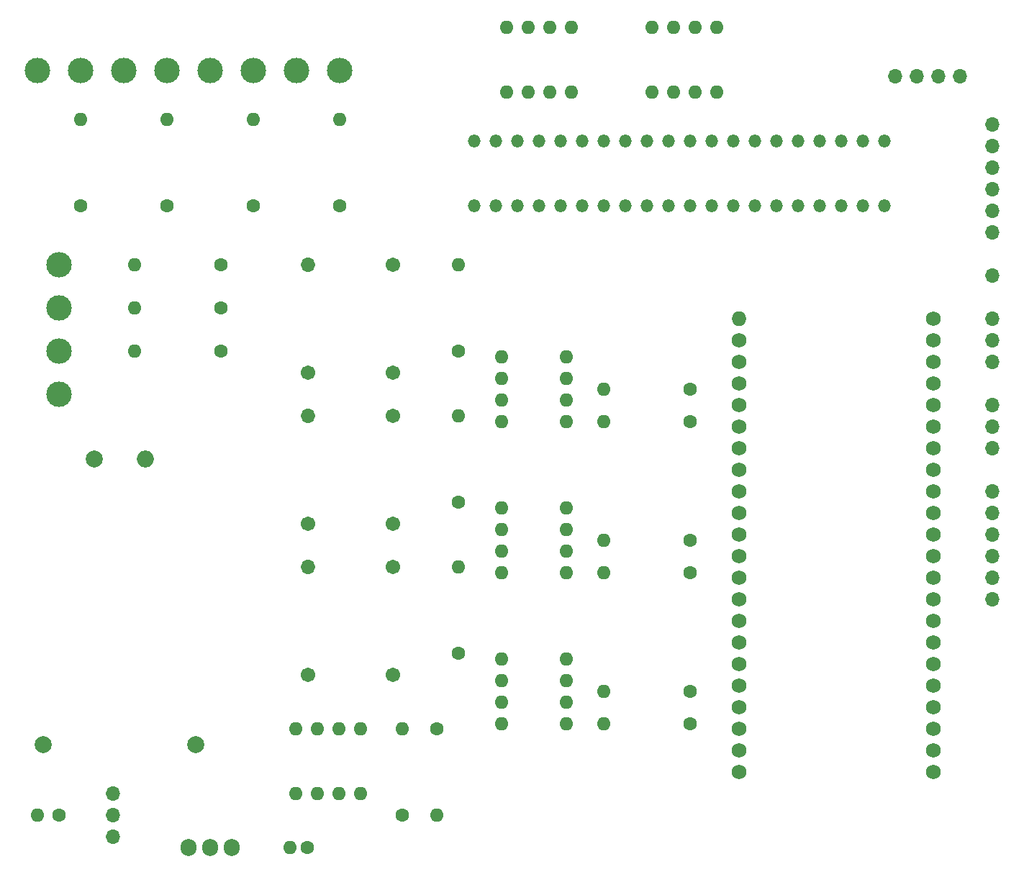
<source format=gbr>
%TF.GenerationSoftware,KiCad,Pcbnew,7.0.10*%
%TF.CreationDate,2024-05-03T21:10:42-03:00*%
%TF.ProjectId,board,626f6172-642e-46b6-9963-61645f706362,1.3*%
%TF.SameCoordinates,Original*%
%TF.FileFunction,Soldermask,Top*%
%TF.FilePolarity,Negative*%
%FSLAX46Y46*%
G04 Gerber Fmt 4.6, Leading zero omitted, Abs format (unit mm)*
G04 Created by KiCad (PCBNEW 7.0.10) date 2024-05-03 21:10:42*
%MOMM*%
%LPD*%
G01*
G04 APERTURE LIST*
%ADD10O,1.500000X1.500000*%
%ADD11C,1.600000*%
%ADD12O,1.600000X1.600000*%
%ADD13O,1.700000X1.700000*%
%ADD14O,2.000000X2.000000*%
%ADD15C,2.000000*%
%ADD16O,1.734000X1.734000*%
%ADD17C,1.734000*%
%ADD18O,3.000000X3.000000*%
%ADD19C,3.000000*%
%ADD20O,1.712000X1.712000*%
%ADD21C,1.712000*%
%ADD22O,1.905000X2.000000*%
G04 APERTURE END LIST*
D10*
%TO.C,DZ17*%
X156210000Y-52695000D03*
X156210000Y-60315000D03*
%TD*%
%TO.C,DZ14*%
X163830000Y-60320000D03*
X163830000Y-52700000D03*
%TD*%
D11*
%TO.C,R9*%
X173990000Y-85725000D03*
D12*
X163830000Y-85725000D03*
%TD*%
D10*
%TO.C,DZ2*%
X194310000Y-60320000D03*
X194310000Y-52700000D03*
%TD*%
D13*
%TO.C,SW2*%
X209550000Y-83820000D03*
X209550000Y-86360000D03*
X209550000Y-88900000D03*
%TD*%
D11*
%TO.C,R7*%
X146685000Y-95250000D03*
D12*
X146685000Y-85090000D03*
%TD*%
%TO.C,U4*%
X151775000Y-113675000D03*
X151775000Y-116215000D03*
X151775000Y-118755000D03*
X151775000Y-121295000D03*
X159395000Y-121295000D03*
X159395000Y-118755000D03*
X159395000Y-116215000D03*
X159395000Y-113675000D03*
%TD*%
D14*
%TO.C,PS1*%
X109855000Y-90170000D03*
D15*
X103855000Y-90170000D03*
X115855000Y-123770000D03*
X97855000Y-123770000D03*
%TD*%
D11*
%TO.C,R15*%
X132715000Y-60325000D03*
D12*
X132715000Y-50165000D03*
%TD*%
D11*
%TO.C,R16*%
X122555000Y-60325000D03*
D12*
X122555000Y-50165000D03*
%TD*%
D16*
%TO.C,MCU1*%
X179705000Y-73660000D03*
D17*
X179705000Y-76200000D03*
X179705000Y-78740000D03*
X179705000Y-81280000D03*
X179705000Y-83820000D03*
X179705000Y-86360000D03*
X179705000Y-88900000D03*
X179705000Y-91440000D03*
X179705000Y-93980000D03*
X179705000Y-96520000D03*
X179705000Y-99060000D03*
X179705000Y-101600000D03*
X179705000Y-104140000D03*
X179705000Y-106680000D03*
X179705000Y-109220000D03*
X179705000Y-111760000D03*
X179705000Y-114300000D03*
X179705000Y-116840000D03*
X179705000Y-119380000D03*
X179705000Y-121920000D03*
X179705000Y-124460000D03*
X179705000Y-127000000D03*
X202565000Y-73660000D03*
X202565000Y-76200000D03*
X202565000Y-78740000D03*
X202565000Y-81280000D03*
X202565000Y-83820000D03*
X202565000Y-86360000D03*
X202565000Y-88900000D03*
X202565000Y-91440000D03*
X202565000Y-93980000D03*
X202565000Y-96520000D03*
X202565000Y-99060000D03*
X202565000Y-101600000D03*
X202565000Y-104140000D03*
X202565000Y-106680000D03*
X202565000Y-109220000D03*
X202565000Y-111760000D03*
X202565000Y-114300000D03*
X202565000Y-116840000D03*
X202565000Y-119380000D03*
X202565000Y-121920000D03*
X202565000Y-124460000D03*
X202565000Y-127000000D03*
%TD*%
D12*
%TO.C,U3*%
X151775000Y-95895000D03*
X151775000Y-98435000D03*
X151775000Y-100975000D03*
X151775000Y-103515000D03*
X159395000Y-103515000D03*
X159395000Y-100975000D03*
X159395000Y-98435000D03*
X159395000Y-95895000D03*
%TD*%
D10*
%TO.C,DZ13*%
X166370000Y-52695000D03*
X166370000Y-60315000D03*
%TD*%
D11*
%TO.C,R18*%
X102235000Y-60325000D03*
D12*
X102235000Y-50165000D03*
%TD*%
D10*
%TO.C,DZ6*%
X184150000Y-60325000D03*
X184150000Y-52705000D03*
%TD*%
%TO.C,DZ18*%
X153670000Y-60325000D03*
X153670000Y-52705000D03*
%TD*%
%TO.C,DZ5*%
X186690000Y-52695000D03*
X186690000Y-60315000D03*
%TD*%
D18*
%TO.C,J6*%
X102235000Y-44450000D03*
D19*
X97155000Y-44450000D03*
%TD*%
D13*
%TO.C,P1*%
X209550000Y-78740000D03*
X209550000Y-76200000D03*
X209550000Y-73660000D03*
%TD*%
D11*
%TO.C,R1*%
X140095000Y-132080000D03*
D12*
X140095000Y-121920000D03*
%TD*%
D20*
%TO.C,T1*%
X128985000Y-67310000D03*
D21*
X128985000Y-80010000D03*
X138985000Y-80010000D03*
X138985000Y-67310000D03*
%TD*%
D11*
%TO.C,R11*%
X173990000Y-103505000D03*
D12*
X163830000Y-103505000D03*
%TD*%
%TO.C,U1*%
X135245000Y-121930000D03*
X132705000Y-121930000D03*
X130165000Y-121930000D03*
X127625000Y-121930000D03*
X127625000Y-129550000D03*
X130165000Y-129550000D03*
X132705000Y-129550000D03*
X135245000Y-129550000D03*
%TD*%
D10*
%TO.C,DZ11*%
X171450000Y-52700000D03*
X171450000Y-60320000D03*
%TD*%
D13*
%TO.C,SW1*%
X106045000Y-129540000D03*
X106045000Y-132080000D03*
X106045000Y-134620000D03*
%TD*%
D11*
%TO.C,R13*%
X173990000Y-121285000D03*
D12*
X163830000Y-121285000D03*
%TD*%
D20*
%TO.C,T3*%
X128985000Y-102870000D03*
D21*
X128985000Y-115570000D03*
X138985000Y-115570000D03*
X138985000Y-102870000D03*
%TD*%
D11*
%TO.C,R6*%
X146685000Y-77470000D03*
D12*
X146685000Y-67310000D03*
%TD*%
D10*
%TO.C,DZ3*%
X191770000Y-52700000D03*
X191770000Y-60320000D03*
%TD*%
D11*
%TO.C,R10*%
X173990000Y-81915000D03*
D12*
X163830000Y-81915000D03*
%TD*%
D10*
%TO.C,DZ16*%
X158750000Y-60320000D03*
X158750000Y-52700000D03*
%TD*%
%TO.C,DZ15*%
X161290000Y-52695000D03*
X161290000Y-60315000D03*
%TD*%
D11*
%TO.C,R3*%
X118745000Y-67310000D03*
D12*
X108585000Y-67310000D03*
%TD*%
D11*
%TO.C,R12*%
X173990000Y-99695000D03*
D12*
X163830000Y-99695000D03*
%TD*%
D10*
%TO.C,DZ12*%
X168910000Y-60325000D03*
X168910000Y-52705000D03*
%TD*%
D12*
%TO.C,C2*%
X126905000Y-135890000D03*
D11*
X128905000Y-135890000D03*
%TD*%
D18*
%TO.C,J3*%
X132715000Y-44450000D03*
D19*
X127635000Y-44450000D03*
%TD*%
D11*
%TO.C,R14*%
X173990000Y-117475000D03*
D12*
X163830000Y-117475000D03*
%TD*%
D18*
%TO.C,J1*%
X99695000Y-67310000D03*
D19*
X99695000Y-72390000D03*
%TD*%
D13*
%TO.C,P4*%
X209550000Y-63500000D03*
X209550000Y-60960000D03*
X209550000Y-58420000D03*
X209550000Y-55880000D03*
X209550000Y-53340000D03*
X209550000Y-50800000D03*
%TD*%
D10*
%TO.C,DZ9*%
X176530000Y-52695000D03*
X176530000Y-60315000D03*
%TD*%
%TO.C,DZ7*%
X181610000Y-52700000D03*
X181610000Y-60320000D03*
%TD*%
D20*
%TO.C,T2*%
X128985000Y-85090000D03*
D21*
X128985000Y-97790000D03*
X138985000Y-97790000D03*
X138985000Y-85090000D03*
%TD*%
D18*
%TO.C,J5*%
X112395000Y-44450000D03*
D19*
X107315000Y-44450000D03*
%TD*%
D10*
%TO.C,DZ20*%
X148590000Y-60320000D03*
X148590000Y-52700000D03*
%TD*%
D13*
%TO.C,P5*%
X209550000Y-93980000D03*
X209550000Y-96520000D03*
X209550000Y-99060000D03*
X209550000Y-101600000D03*
X209550000Y-104140000D03*
X209550000Y-106680000D03*
%TD*%
D10*
%TO.C,DZ4*%
X189230000Y-60325000D03*
X189230000Y-52705000D03*
%TD*%
D11*
%TO.C,R17*%
X112395000Y-60325000D03*
D12*
X112395000Y-50165000D03*
%TD*%
D13*
%TO.C,P3*%
X198130000Y-45085000D03*
X200670000Y-45085000D03*
X203210000Y-45085000D03*
X205750000Y-45085000D03*
%TD*%
D10*
%TO.C,DZ1*%
X196850000Y-52700000D03*
X196850000Y-60320000D03*
%TD*%
D12*
%TO.C,U6*%
X177155000Y-39380000D03*
X174615000Y-39380000D03*
X172075000Y-39380000D03*
X169535000Y-39380000D03*
X169535000Y-47000000D03*
X172075000Y-47000000D03*
X174615000Y-47000000D03*
X177155000Y-47000000D03*
%TD*%
%TO.C,C1*%
X97195000Y-132080000D03*
D11*
X99695000Y-132080000D03*
%TD*%
%TO.C,R8*%
X146685000Y-113030000D03*
D12*
X146685000Y-102870000D03*
%TD*%
D18*
%TO.C,J2*%
X99695000Y-77470000D03*
D19*
X99695000Y-82550000D03*
%TD*%
D13*
%TO.C,P2*%
X209550000Y-68580000D03*
%TD*%
D22*
%TO.C,PS2*%
X114935000Y-135890000D03*
X117475000Y-135890000D03*
X120015000Y-135890000D03*
%TD*%
D10*
%TO.C,DZ8*%
X179070000Y-60325000D03*
X179070000Y-52705000D03*
%TD*%
%TO.C,DZ10*%
X173990000Y-60325000D03*
X173990000Y-52705000D03*
%TD*%
D11*
%TO.C,R4*%
X118745000Y-72390000D03*
D12*
X108585000Y-72390000D03*
%TD*%
D11*
%TO.C,R5*%
X118745000Y-77470000D03*
D12*
X108585000Y-77470000D03*
%TD*%
%TO.C,U2*%
X151765000Y-78105000D03*
X151765000Y-80645000D03*
X151765000Y-83185000D03*
X151765000Y-85725000D03*
X159385000Y-85725000D03*
X159385000Y-83185000D03*
X159385000Y-80645000D03*
X159385000Y-78105000D03*
%TD*%
D11*
%TO.C,R2*%
X144145000Y-121920000D03*
D12*
X144145000Y-132080000D03*
%TD*%
D18*
%TO.C,J4*%
X122555000Y-44450000D03*
D19*
X117475000Y-44450000D03*
%TD*%
D12*
%TO.C,U5*%
X160010000Y-39380000D03*
X157470000Y-39380000D03*
X154930000Y-39380000D03*
X152390000Y-39380000D03*
X152390000Y-47000000D03*
X154930000Y-47000000D03*
X157470000Y-47000000D03*
X160010000Y-47000000D03*
%TD*%
D10*
%TO.C,DZ19*%
X151130000Y-52695000D03*
X151130000Y-60315000D03*
%TD*%
M02*

</source>
